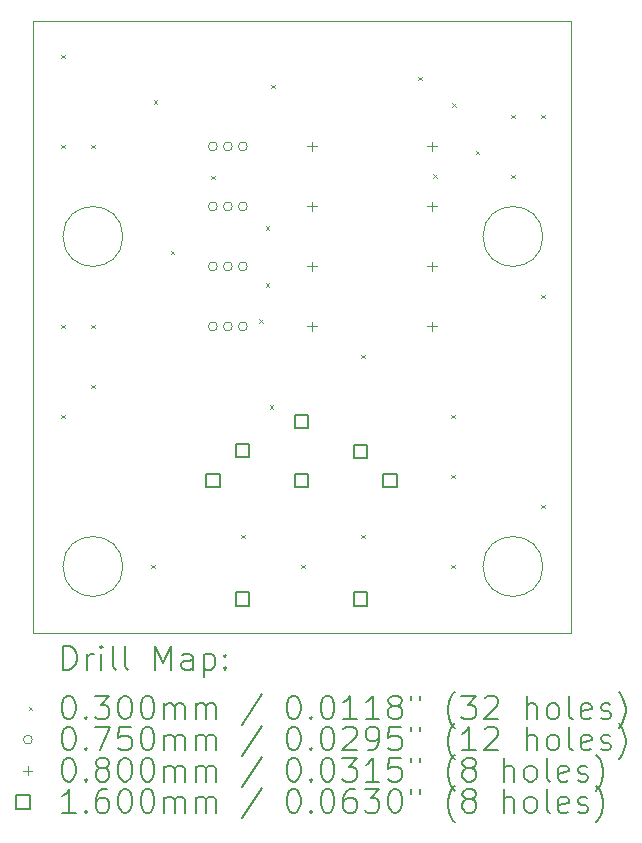
<source format=gbr>
%TF.GenerationSoftware,KiCad,Pcbnew,9.0.5-1.fc42*%
%TF.CreationDate,2025-11-09T17:22:30+08:00*%
%TF.ProjectId,b5s4-XA1541-active,62357334-2d58-4413-9135-34312d616374,1.1*%
%TF.SameCoordinates,Original*%
%TF.FileFunction,Drillmap*%
%TF.FilePolarity,Positive*%
%FSLAX45Y45*%
G04 Gerber Fmt 4.5, Leading zero omitted, Abs format (unit mm)*
G04 Created by KiCad (PCBNEW 9.0.5-1.fc42) date 2025-11-09 17:22:30*
%MOMM*%
%LPD*%
G01*
G04 APERTURE LIST*
%ADD10C,0.050000*%
%ADD11C,0.200000*%
%ADD12C,0.100000*%
%ADD13C,0.160000*%
G04 APERTURE END LIST*
D10*
X10414000Y-12192000D02*
G75*
G02*
X9906000Y-12192000I-254000J0D01*
G01*
X9906000Y-12192000D02*
G75*
G02*
X10414000Y-12192000I254000J0D01*
G01*
X9650158Y-7570874D02*
X14209024Y-7570874D01*
X14209024Y-12751310D01*
X9650158Y-12751310D01*
X9650158Y-7570874D01*
X13970000Y-12192000D02*
G75*
G02*
X13462000Y-12192000I-254000J0D01*
G01*
X13462000Y-12192000D02*
G75*
G02*
X13970000Y-12192000I254000J0D01*
G01*
X13970000Y-9398000D02*
G75*
G02*
X13462000Y-9398000I-254000J0D01*
G01*
X13462000Y-9398000D02*
G75*
G02*
X13970000Y-9398000I254000J0D01*
G01*
X10414000Y-9398000D02*
G75*
G02*
X9906000Y-9398000I-254000J0D01*
G01*
X9906000Y-9398000D02*
G75*
G02*
X10414000Y-9398000I254000J0D01*
G01*
D11*
D12*
X9891000Y-7859000D02*
X9921000Y-7889000D01*
X9921000Y-7859000D02*
X9891000Y-7889000D01*
X9891000Y-8621000D02*
X9921000Y-8651000D01*
X9921000Y-8621000D02*
X9891000Y-8651000D01*
X9891000Y-10145000D02*
X9921000Y-10175000D01*
X9921000Y-10145000D02*
X9891000Y-10175000D01*
X9891000Y-10907000D02*
X9921000Y-10937000D01*
X9921000Y-10907000D02*
X9891000Y-10937000D01*
X10145000Y-8621000D02*
X10175000Y-8651000D01*
X10175000Y-8621000D02*
X10145000Y-8651000D01*
X10145000Y-10145000D02*
X10175000Y-10175000D01*
X10175000Y-10145000D02*
X10145000Y-10175000D01*
X10145000Y-10653000D02*
X10175000Y-10683000D01*
X10175000Y-10653000D02*
X10145000Y-10683000D01*
X10653000Y-12177000D02*
X10683000Y-12207000D01*
X10683000Y-12177000D02*
X10653000Y-12207000D01*
X10675978Y-8245744D02*
X10705978Y-8275744D01*
X10705978Y-8245744D02*
X10675978Y-8275744D01*
X10819840Y-9518220D02*
X10849840Y-9548220D01*
X10849840Y-9518220D02*
X10819840Y-9548220D01*
X11164250Y-8885030D02*
X11194250Y-8915030D01*
X11194250Y-8885030D02*
X11164250Y-8915030D01*
X11415000Y-11923000D02*
X11445000Y-11953000D01*
X11445000Y-11923000D02*
X11415000Y-11953000D01*
X11568050Y-10097920D02*
X11598050Y-10127920D01*
X11598050Y-10097920D02*
X11568050Y-10127920D01*
X11621926Y-9311868D02*
X11651926Y-9341868D01*
X11651926Y-9311868D02*
X11621926Y-9341868D01*
X11621926Y-9793063D02*
X11651926Y-9823063D01*
X11651926Y-9793063D02*
X11621926Y-9823063D01*
X11656607Y-10829150D02*
X11686607Y-10859150D01*
X11686607Y-10829150D02*
X11656607Y-10859150D01*
X11669000Y-8113000D02*
X11699000Y-8143000D01*
X11699000Y-8113000D02*
X11669000Y-8143000D01*
X11923000Y-12177000D02*
X11953000Y-12207000D01*
X11953000Y-12177000D02*
X11923000Y-12207000D01*
X12431000Y-10399000D02*
X12461000Y-10429000D01*
X12461000Y-10399000D02*
X12431000Y-10429000D01*
X12431000Y-11923000D02*
X12461000Y-11953000D01*
X12461000Y-11923000D02*
X12431000Y-11953000D01*
X12916230Y-8045160D02*
X12946230Y-8075160D01*
X12946230Y-8045160D02*
X12916230Y-8075160D01*
X13043836Y-8869689D02*
X13073836Y-8899689D01*
X13073836Y-8869689D02*
X13043836Y-8899689D01*
X13193000Y-10907000D02*
X13223000Y-10937000D01*
X13223000Y-10907000D02*
X13193000Y-10937000D01*
X13193000Y-11415000D02*
X13223000Y-11445000D01*
X13223000Y-11415000D02*
X13193000Y-11445000D01*
X13193000Y-12177000D02*
X13223000Y-12207000D01*
X13223000Y-12177000D02*
X13193000Y-12207000D01*
X13202410Y-8268040D02*
X13232410Y-8298040D01*
X13232410Y-8268040D02*
X13202410Y-8298040D01*
X13399826Y-8671351D02*
X13429826Y-8701351D01*
X13429826Y-8671351D02*
X13399826Y-8701351D01*
X13701000Y-8367000D02*
X13731000Y-8397000D01*
X13731000Y-8367000D02*
X13701000Y-8397000D01*
X13701000Y-8875000D02*
X13731000Y-8905000D01*
X13731000Y-8875000D02*
X13701000Y-8905000D01*
X13955000Y-8367000D02*
X13985000Y-8397000D01*
X13985000Y-8367000D02*
X13955000Y-8397000D01*
X13955000Y-9891000D02*
X13985000Y-9921000D01*
X13985000Y-9891000D02*
X13955000Y-9921000D01*
X13955000Y-11669000D02*
X13985000Y-11699000D01*
X13985000Y-11669000D02*
X13955000Y-11699000D01*
X11213500Y-8636000D02*
G75*
G02*
X11138500Y-8636000I-37500J0D01*
G01*
X11138500Y-8636000D02*
G75*
G02*
X11213500Y-8636000I37500J0D01*
G01*
X11213500Y-9144000D02*
G75*
G02*
X11138500Y-9144000I-37500J0D01*
G01*
X11138500Y-9144000D02*
G75*
G02*
X11213500Y-9144000I37500J0D01*
G01*
X11213500Y-9652000D02*
G75*
G02*
X11138500Y-9652000I-37500J0D01*
G01*
X11138500Y-9652000D02*
G75*
G02*
X11213500Y-9652000I37500J0D01*
G01*
X11213500Y-10160000D02*
G75*
G02*
X11138500Y-10160000I-37500J0D01*
G01*
X11138500Y-10160000D02*
G75*
G02*
X11213500Y-10160000I37500J0D01*
G01*
X11340500Y-8636000D02*
G75*
G02*
X11265500Y-8636000I-37500J0D01*
G01*
X11265500Y-8636000D02*
G75*
G02*
X11340500Y-8636000I37500J0D01*
G01*
X11340500Y-9144000D02*
G75*
G02*
X11265500Y-9144000I-37500J0D01*
G01*
X11265500Y-9144000D02*
G75*
G02*
X11340500Y-9144000I37500J0D01*
G01*
X11340500Y-9652000D02*
G75*
G02*
X11265500Y-9652000I-37500J0D01*
G01*
X11265500Y-9652000D02*
G75*
G02*
X11340500Y-9652000I37500J0D01*
G01*
X11340500Y-10160000D02*
G75*
G02*
X11265500Y-10160000I-37500J0D01*
G01*
X11265500Y-10160000D02*
G75*
G02*
X11340500Y-10160000I37500J0D01*
G01*
X11467500Y-8636000D02*
G75*
G02*
X11392500Y-8636000I-37500J0D01*
G01*
X11392500Y-8636000D02*
G75*
G02*
X11467500Y-8636000I37500J0D01*
G01*
X11467500Y-9144000D02*
G75*
G02*
X11392500Y-9144000I-37500J0D01*
G01*
X11392500Y-9144000D02*
G75*
G02*
X11467500Y-9144000I37500J0D01*
G01*
X11467500Y-9652000D02*
G75*
G02*
X11392500Y-9652000I-37500J0D01*
G01*
X11392500Y-9652000D02*
G75*
G02*
X11467500Y-9652000I37500J0D01*
G01*
X11467500Y-10160000D02*
G75*
G02*
X11392500Y-10160000I-37500J0D01*
G01*
X11392500Y-10160000D02*
G75*
G02*
X11467500Y-10160000I37500J0D01*
G01*
X12013760Y-8596000D02*
X12013760Y-8676000D01*
X11973760Y-8636000D02*
X12053760Y-8636000D01*
X12013760Y-9104000D02*
X12013760Y-9184000D01*
X11973760Y-9144000D02*
X12053760Y-9144000D01*
X12013760Y-9612000D02*
X12013760Y-9692000D01*
X11973760Y-9652000D02*
X12053760Y-9652000D01*
X12013760Y-10120000D02*
X12013760Y-10200000D01*
X11973760Y-10160000D02*
X12053760Y-10160000D01*
X13029760Y-8596000D02*
X13029760Y-8676000D01*
X12989760Y-8636000D02*
X13069760Y-8636000D01*
X13029760Y-9104000D02*
X13029760Y-9184000D01*
X12989760Y-9144000D02*
X13069760Y-9144000D01*
X13029760Y-9612000D02*
X13029760Y-9692000D01*
X12989760Y-9652000D02*
X13069760Y-9652000D01*
X13029760Y-10120000D02*
X13029760Y-10200000D01*
X12989760Y-10160000D02*
X13069760Y-10160000D01*
D13*
X11232989Y-11523479D02*
X11232989Y-11410341D01*
X11119851Y-11410341D01*
X11119851Y-11523479D01*
X11232989Y-11523479D01*
X11482989Y-11269479D02*
X11482989Y-11156341D01*
X11369851Y-11156341D01*
X11369851Y-11269479D01*
X11482989Y-11269479D01*
X11482989Y-12523479D02*
X11482989Y-12410341D01*
X11369851Y-12410341D01*
X11369851Y-12523479D01*
X11482989Y-12523479D01*
X11982989Y-11023479D02*
X11982989Y-10910341D01*
X11869851Y-10910341D01*
X11869851Y-11023479D01*
X11982989Y-11023479D01*
X11982989Y-11523479D02*
X11982989Y-11410341D01*
X11869851Y-11410341D01*
X11869851Y-11523479D01*
X11982989Y-11523479D01*
X12482989Y-11273479D02*
X12482989Y-11160341D01*
X12369851Y-11160341D01*
X12369851Y-11273479D01*
X12482989Y-11273479D01*
X12482989Y-12523479D02*
X12482989Y-12410341D01*
X12369851Y-12410341D01*
X12369851Y-12523479D01*
X12482989Y-12523479D01*
X12732989Y-11523479D02*
X12732989Y-11410341D01*
X12619851Y-11410341D01*
X12619851Y-11523479D01*
X12732989Y-11523479D01*
D11*
X9908435Y-13065294D02*
X9908435Y-12865294D01*
X9908435Y-12865294D02*
X9956054Y-12865294D01*
X9956054Y-12865294D02*
X9984625Y-12874818D01*
X9984625Y-12874818D02*
X10003673Y-12893865D01*
X10003673Y-12893865D02*
X10013197Y-12912913D01*
X10013197Y-12912913D02*
X10022721Y-12951008D01*
X10022721Y-12951008D02*
X10022721Y-12979580D01*
X10022721Y-12979580D02*
X10013197Y-13017675D01*
X10013197Y-13017675D02*
X10003673Y-13036722D01*
X10003673Y-13036722D02*
X9984625Y-13055770D01*
X9984625Y-13055770D02*
X9956054Y-13065294D01*
X9956054Y-13065294D02*
X9908435Y-13065294D01*
X10108435Y-13065294D02*
X10108435Y-12931960D01*
X10108435Y-12970056D02*
X10117959Y-12951008D01*
X10117959Y-12951008D02*
X10127483Y-12941484D01*
X10127483Y-12941484D02*
X10146530Y-12931960D01*
X10146530Y-12931960D02*
X10165578Y-12931960D01*
X10232244Y-13065294D02*
X10232244Y-12931960D01*
X10232244Y-12865294D02*
X10222721Y-12874818D01*
X10222721Y-12874818D02*
X10232244Y-12884341D01*
X10232244Y-12884341D02*
X10241768Y-12874818D01*
X10241768Y-12874818D02*
X10232244Y-12865294D01*
X10232244Y-12865294D02*
X10232244Y-12884341D01*
X10356054Y-13065294D02*
X10337006Y-13055770D01*
X10337006Y-13055770D02*
X10327483Y-13036722D01*
X10327483Y-13036722D02*
X10327483Y-12865294D01*
X10460816Y-13065294D02*
X10441768Y-13055770D01*
X10441768Y-13055770D02*
X10432244Y-13036722D01*
X10432244Y-13036722D02*
X10432244Y-12865294D01*
X10689387Y-13065294D02*
X10689387Y-12865294D01*
X10689387Y-12865294D02*
X10756054Y-13008151D01*
X10756054Y-13008151D02*
X10822721Y-12865294D01*
X10822721Y-12865294D02*
X10822721Y-13065294D01*
X11003673Y-13065294D02*
X11003673Y-12960532D01*
X11003673Y-12960532D02*
X10994149Y-12941484D01*
X10994149Y-12941484D02*
X10975102Y-12931960D01*
X10975102Y-12931960D02*
X10937006Y-12931960D01*
X10937006Y-12931960D02*
X10917959Y-12941484D01*
X11003673Y-13055770D02*
X10984625Y-13065294D01*
X10984625Y-13065294D02*
X10937006Y-13065294D01*
X10937006Y-13065294D02*
X10917959Y-13055770D01*
X10917959Y-13055770D02*
X10908435Y-13036722D01*
X10908435Y-13036722D02*
X10908435Y-13017675D01*
X10908435Y-13017675D02*
X10917959Y-12998627D01*
X10917959Y-12998627D02*
X10937006Y-12989103D01*
X10937006Y-12989103D02*
X10984625Y-12989103D01*
X10984625Y-12989103D02*
X11003673Y-12979580D01*
X11098911Y-12931960D02*
X11098911Y-13131960D01*
X11098911Y-12941484D02*
X11117959Y-12931960D01*
X11117959Y-12931960D02*
X11156054Y-12931960D01*
X11156054Y-12931960D02*
X11175102Y-12941484D01*
X11175102Y-12941484D02*
X11184625Y-12951008D01*
X11184625Y-12951008D02*
X11194149Y-12970056D01*
X11194149Y-12970056D02*
X11194149Y-13027199D01*
X11194149Y-13027199D02*
X11184625Y-13046246D01*
X11184625Y-13046246D02*
X11175102Y-13055770D01*
X11175102Y-13055770D02*
X11156054Y-13065294D01*
X11156054Y-13065294D02*
X11117959Y-13065294D01*
X11117959Y-13065294D02*
X11098911Y-13055770D01*
X11279863Y-13046246D02*
X11289387Y-13055770D01*
X11289387Y-13055770D02*
X11279863Y-13065294D01*
X11279863Y-13065294D02*
X11270340Y-13055770D01*
X11270340Y-13055770D02*
X11279863Y-13046246D01*
X11279863Y-13046246D02*
X11279863Y-13065294D01*
X11279863Y-12941484D02*
X11289387Y-12951008D01*
X11289387Y-12951008D02*
X11279863Y-12960532D01*
X11279863Y-12960532D02*
X11270340Y-12951008D01*
X11270340Y-12951008D02*
X11279863Y-12941484D01*
X11279863Y-12941484D02*
X11279863Y-12960532D01*
D12*
X9617658Y-13378810D02*
X9647658Y-13408810D01*
X9647658Y-13378810D02*
X9617658Y-13408810D01*
D11*
X9946530Y-13285294D02*
X9965578Y-13285294D01*
X9965578Y-13285294D02*
X9984625Y-13294818D01*
X9984625Y-13294818D02*
X9994149Y-13304341D01*
X9994149Y-13304341D02*
X10003673Y-13323389D01*
X10003673Y-13323389D02*
X10013197Y-13361484D01*
X10013197Y-13361484D02*
X10013197Y-13409103D01*
X10013197Y-13409103D02*
X10003673Y-13447199D01*
X10003673Y-13447199D02*
X9994149Y-13466246D01*
X9994149Y-13466246D02*
X9984625Y-13475770D01*
X9984625Y-13475770D02*
X9965578Y-13485294D01*
X9965578Y-13485294D02*
X9946530Y-13485294D01*
X9946530Y-13485294D02*
X9927483Y-13475770D01*
X9927483Y-13475770D02*
X9917959Y-13466246D01*
X9917959Y-13466246D02*
X9908435Y-13447199D01*
X9908435Y-13447199D02*
X9898911Y-13409103D01*
X9898911Y-13409103D02*
X9898911Y-13361484D01*
X9898911Y-13361484D02*
X9908435Y-13323389D01*
X9908435Y-13323389D02*
X9917959Y-13304341D01*
X9917959Y-13304341D02*
X9927483Y-13294818D01*
X9927483Y-13294818D02*
X9946530Y-13285294D01*
X10098911Y-13466246D02*
X10108435Y-13475770D01*
X10108435Y-13475770D02*
X10098911Y-13485294D01*
X10098911Y-13485294D02*
X10089387Y-13475770D01*
X10089387Y-13475770D02*
X10098911Y-13466246D01*
X10098911Y-13466246D02*
X10098911Y-13485294D01*
X10175102Y-13285294D02*
X10298911Y-13285294D01*
X10298911Y-13285294D02*
X10232244Y-13361484D01*
X10232244Y-13361484D02*
X10260816Y-13361484D01*
X10260816Y-13361484D02*
X10279864Y-13371008D01*
X10279864Y-13371008D02*
X10289387Y-13380532D01*
X10289387Y-13380532D02*
X10298911Y-13399580D01*
X10298911Y-13399580D02*
X10298911Y-13447199D01*
X10298911Y-13447199D02*
X10289387Y-13466246D01*
X10289387Y-13466246D02*
X10279864Y-13475770D01*
X10279864Y-13475770D02*
X10260816Y-13485294D01*
X10260816Y-13485294D02*
X10203673Y-13485294D01*
X10203673Y-13485294D02*
X10184625Y-13475770D01*
X10184625Y-13475770D02*
X10175102Y-13466246D01*
X10422721Y-13285294D02*
X10441768Y-13285294D01*
X10441768Y-13285294D02*
X10460816Y-13294818D01*
X10460816Y-13294818D02*
X10470340Y-13304341D01*
X10470340Y-13304341D02*
X10479864Y-13323389D01*
X10479864Y-13323389D02*
X10489387Y-13361484D01*
X10489387Y-13361484D02*
X10489387Y-13409103D01*
X10489387Y-13409103D02*
X10479864Y-13447199D01*
X10479864Y-13447199D02*
X10470340Y-13466246D01*
X10470340Y-13466246D02*
X10460816Y-13475770D01*
X10460816Y-13475770D02*
X10441768Y-13485294D01*
X10441768Y-13485294D02*
X10422721Y-13485294D01*
X10422721Y-13485294D02*
X10403673Y-13475770D01*
X10403673Y-13475770D02*
X10394149Y-13466246D01*
X10394149Y-13466246D02*
X10384625Y-13447199D01*
X10384625Y-13447199D02*
X10375102Y-13409103D01*
X10375102Y-13409103D02*
X10375102Y-13361484D01*
X10375102Y-13361484D02*
X10384625Y-13323389D01*
X10384625Y-13323389D02*
X10394149Y-13304341D01*
X10394149Y-13304341D02*
X10403673Y-13294818D01*
X10403673Y-13294818D02*
X10422721Y-13285294D01*
X10613197Y-13285294D02*
X10632245Y-13285294D01*
X10632245Y-13285294D02*
X10651292Y-13294818D01*
X10651292Y-13294818D02*
X10660816Y-13304341D01*
X10660816Y-13304341D02*
X10670340Y-13323389D01*
X10670340Y-13323389D02*
X10679864Y-13361484D01*
X10679864Y-13361484D02*
X10679864Y-13409103D01*
X10679864Y-13409103D02*
X10670340Y-13447199D01*
X10670340Y-13447199D02*
X10660816Y-13466246D01*
X10660816Y-13466246D02*
X10651292Y-13475770D01*
X10651292Y-13475770D02*
X10632245Y-13485294D01*
X10632245Y-13485294D02*
X10613197Y-13485294D01*
X10613197Y-13485294D02*
X10594149Y-13475770D01*
X10594149Y-13475770D02*
X10584625Y-13466246D01*
X10584625Y-13466246D02*
X10575102Y-13447199D01*
X10575102Y-13447199D02*
X10565578Y-13409103D01*
X10565578Y-13409103D02*
X10565578Y-13361484D01*
X10565578Y-13361484D02*
X10575102Y-13323389D01*
X10575102Y-13323389D02*
X10584625Y-13304341D01*
X10584625Y-13304341D02*
X10594149Y-13294818D01*
X10594149Y-13294818D02*
X10613197Y-13285294D01*
X10765578Y-13485294D02*
X10765578Y-13351960D01*
X10765578Y-13371008D02*
X10775102Y-13361484D01*
X10775102Y-13361484D02*
X10794149Y-13351960D01*
X10794149Y-13351960D02*
X10822721Y-13351960D01*
X10822721Y-13351960D02*
X10841768Y-13361484D01*
X10841768Y-13361484D02*
X10851292Y-13380532D01*
X10851292Y-13380532D02*
X10851292Y-13485294D01*
X10851292Y-13380532D02*
X10860816Y-13361484D01*
X10860816Y-13361484D02*
X10879864Y-13351960D01*
X10879864Y-13351960D02*
X10908435Y-13351960D01*
X10908435Y-13351960D02*
X10927483Y-13361484D01*
X10927483Y-13361484D02*
X10937006Y-13380532D01*
X10937006Y-13380532D02*
X10937006Y-13485294D01*
X11032245Y-13485294D02*
X11032245Y-13351960D01*
X11032245Y-13371008D02*
X11041768Y-13361484D01*
X11041768Y-13361484D02*
X11060816Y-13351960D01*
X11060816Y-13351960D02*
X11089387Y-13351960D01*
X11089387Y-13351960D02*
X11108435Y-13361484D01*
X11108435Y-13361484D02*
X11117959Y-13380532D01*
X11117959Y-13380532D02*
X11117959Y-13485294D01*
X11117959Y-13380532D02*
X11127483Y-13361484D01*
X11127483Y-13361484D02*
X11146530Y-13351960D01*
X11146530Y-13351960D02*
X11175102Y-13351960D01*
X11175102Y-13351960D02*
X11194149Y-13361484D01*
X11194149Y-13361484D02*
X11203673Y-13380532D01*
X11203673Y-13380532D02*
X11203673Y-13485294D01*
X11594149Y-13275770D02*
X11422721Y-13532913D01*
X11851292Y-13285294D02*
X11870340Y-13285294D01*
X11870340Y-13285294D02*
X11889387Y-13294818D01*
X11889387Y-13294818D02*
X11898911Y-13304341D01*
X11898911Y-13304341D02*
X11908435Y-13323389D01*
X11908435Y-13323389D02*
X11917959Y-13361484D01*
X11917959Y-13361484D02*
X11917959Y-13409103D01*
X11917959Y-13409103D02*
X11908435Y-13447199D01*
X11908435Y-13447199D02*
X11898911Y-13466246D01*
X11898911Y-13466246D02*
X11889387Y-13475770D01*
X11889387Y-13475770D02*
X11870340Y-13485294D01*
X11870340Y-13485294D02*
X11851292Y-13485294D01*
X11851292Y-13485294D02*
X11832245Y-13475770D01*
X11832245Y-13475770D02*
X11822721Y-13466246D01*
X11822721Y-13466246D02*
X11813197Y-13447199D01*
X11813197Y-13447199D02*
X11803673Y-13409103D01*
X11803673Y-13409103D02*
X11803673Y-13361484D01*
X11803673Y-13361484D02*
X11813197Y-13323389D01*
X11813197Y-13323389D02*
X11822721Y-13304341D01*
X11822721Y-13304341D02*
X11832245Y-13294818D01*
X11832245Y-13294818D02*
X11851292Y-13285294D01*
X12003673Y-13466246D02*
X12013197Y-13475770D01*
X12013197Y-13475770D02*
X12003673Y-13485294D01*
X12003673Y-13485294D02*
X11994149Y-13475770D01*
X11994149Y-13475770D02*
X12003673Y-13466246D01*
X12003673Y-13466246D02*
X12003673Y-13485294D01*
X12137006Y-13285294D02*
X12156054Y-13285294D01*
X12156054Y-13285294D02*
X12175102Y-13294818D01*
X12175102Y-13294818D02*
X12184626Y-13304341D01*
X12184626Y-13304341D02*
X12194149Y-13323389D01*
X12194149Y-13323389D02*
X12203673Y-13361484D01*
X12203673Y-13361484D02*
X12203673Y-13409103D01*
X12203673Y-13409103D02*
X12194149Y-13447199D01*
X12194149Y-13447199D02*
X12184626Y-13466246D01*
X12184626Y-13466246D02*
X12175102Y-13475770D01*
X12175102Y-13475770D02*
X12156054Y-13485294D01*
X12156054Y-13485294D02*
X12137006Y-13485294D01*
X12137006Y-13485294D02*
X12117959Y-13475770D01*
X12117959Y-13475770D02*
X12108435Y-13466246D01*
X12108435Y-13466246D02*
X12098911Y-13447199D01*
X12098911Y-13447199D02*
X12089387Y-13409103D01*
X12089387Y-13409103D02*
X12089387Y-13361484D01*
X12089387Y-13361484D02*
X12098911Y-13323389D01*
X12098911Y-13323389D02*
X12108435Y-13304341D01*
X12108435Y-13304341D02*
X12117959Y-13294818D01*
X12117959Y-13294818D02*
X12137006Y-13285294D01*
X12394149Y-13485294D02*
X12279864Y-13485294D01*
X12337006Y-13485294D02*
X12337006Y-13285294D01*
X12337006Y-13285294D02*
X12317959Y-13313865D01*
X12317959Y-13313865D02*
X12298911Y-13332913D01*
X12298911Y-13332913D02*
X12279864Y-13342437D01*
X12584626Y-13485294D02*
X12470340Y-13485294D01*
X12527483Y-13485294D02*
X12527483Y-13285294D01*
X12527483Y-13285294D02*
X12508435Y-13313865D01*
X12508435Y-13313865D02*
X12489387Y-13332913D01*
X12489387Y-13332913D02*
X12470340Y-13342437D01*
X12698911Y-13371008D02*
X12679864Y-13361484D01*
X12679864Y-13361484D02*
X12670340Y-13351960D01*
X12670340Y-13351960D02*
X12660816Y-13332913D01*
X12660816Y-13332913D02*
X12660816Y-13323389D01*
X12660816Y-13323389D02*
X12670340Y-13304341D01*
X12670340Y-13304341D02*
X12679864Y-13294818D01*
X12679864Y-13294818D02*
X12698911Y-13285294D01*
X12698911Y-13285294D02*
X12737007Y-13285294D01*
X12737007Y-13285294D02*
X12756054Y-13294818D01*
X12756054Y-13294818D02*
X12765578Y-13304341D01*
X12765578Y-13304341D02*
X12775102Y-13323389D01*
X12775102Y-13323389D02*
X12775102Y-13332913D01*
X12775102Y-13332913D02*
X12765578Y-13351960D01*
X12765578Y-13351960D02*
X12756054Y-13361484D01*
X12756054Y-13361484D02*
X12737007Y-13371008D01*
X12737007Y-13371008D02*
X12698911Y-13371008D01*
X12698911Y-13371008D02*
X12679864Y-13380532D01*
X12679864Y-13380532D02*
X12670340Y-13390056D01*
X12670340Y-13390056D02*
X12660816Y-13409103D01*
X12660816Y-13409103D02*
X12660816Y-13447199D01*
X12660816Y-13447199D02*
X12670340Y-13466246D01*
X12670340Y-13466246D02*
X12679864Y-13475770D01*
X12679864Y-13475770D02*
X12698911Y-13485294D01*
X12698911Y-13485294D02*
X12737007Y-13485294D01*
X12737007Y-13485294D02*
X12756054Y-13475770D01*
X12756054Y-13475770D02*
X12765578Y-13466246D01*
X12765578Y-13466246D02*
X12775102Y-13447199D01*
X12775102Y-13447199D02*
X12775102Y-13409103D01*
X12775102Y-13409103D02*
X12765578Y-13390056D01*
X12765578Y-13390056D02*
X12756054Y-13380532D01*
X12756054Y-13380532D02*
X12737007Y-13371008D01*
X12851292Y-13285294D02*
X12851292Y-13323389D01*
X12927483Y-13285294D02*
X12927483Y-13323389D01*
X13222721Y-13561484D02*
X13213197Y-13551960D01*
X13213197Y-13551960D02*
X13194149Y-13523389D01*
X13194149Y-13523389D02*
X13184626Y-13504341D01*
X13184626Y-13504341D02*
X13175102Y-13475770D01*
X13175102Y-13475770D02*
X13165578Y-13428151D01*
X13165578Y-13428151D02*
X13165578Y-13390056D01*
X13165578Y-13390056D02*
X13175102Y-13342437D01*
X13175102Y-13342437D02*
X13184626Y-13313865D01*
X13184626Y-13313865D02*
X13194149Y-13294818D01*
X13194149Y-13294818D02*
X13213197Y-13266246D01*
X13213197Y-13266246D02*
X13222721Y-13256722D01*
X13279864Y-13285294D02*
X13403673Y-13285294D01*
X13403673Y-13285294D02*
X13337007Y-13361484D01*
X13337007Y-13361484D02*
X13365578Y-13361484D01*
X13365578Y-13361484D02*
X13384626Y-13371008D01*
X13384626Y-13371008D02*
X13394149Y-13380532D01*
X13394149Y-13380532D02*
X13403673Y-13399580D01*
X13403673Y-13399580D02*
X13403673Y-13447199D01*
X13403673Y-13447199D02*
X13394149Y-13466246D01*
X13394149Y-13466246D02*
X13384626Y-13475770D01*
X13384626Y-13475770D02*
X13365578Y-13485294D01*
X13365578Y-13485294D02*
X13308435Y-13485294D01*
X13308435Y-13485294D02*
X13289388Y-13475770D01*
X13289388Y-13475770D02*
X13279864Y-13466246D01*
X13479864Y-13304341D02*
X13489388Y-13294818D01*
X13489388Y-13294818D02*
X13508435Y-13285294D01*
X13508435Y-13285294D02*
X13556054Y-13285294D01*
X13556054Y-13285294D02*
X13575102Y-13294818D01*
X13575102Y-13294818D02*
X13584626Y-13304341D01*
X13584626Y-13304341D02*
X13594149Y-13323389D01*
X13594149Y-13323389D02*
X13594149Y-13342437D01*
X13594149Y-13342437D02*
X13584626Y-13371008D01*
X13584626Y-13371008D02*
X13470340Y-13485294D01*
X13470340Y-13485294D02*
X13594149Y-13485294D01*
X13832245Y-13485294D02*
X13832245Y-13285294D01*
X13917959Y-13485294D02*
X13917959Y-13380532D01*
X13917959Y-13380532D02*
X13908435Y-13361484D01*
X13908435Y-13361484D02*
X13889388Y-13351960D01*
X13889388Y-13351960D02*
X13860816Y-13351960D01*
X13860816Y-13351960D02*
X13841769Y-13361484D01*
X13841769Y-13361484D02*
X13832245Y-13371008D01*
X14041769Y-13485294D02*
X14022721Y-13475770D01*
X14022721Y-13475770D02*
X14013197Y-13466246D01*
X14013197Y-13466246D02*
X14003673Y-13447199D01*
X14003673Y-13447199D02*
X14003673Y-13390056D01*
X14003673Y-13390056D02*
X14013197Y-13371008D01*
X14013197Y-13371008D02*
X14022721Y-13361484D01*
X14022721Y-13361484D02*
X14041769Y-13351960D01*
X14041769Y-13351960D02*
X14070340Y-13351960D01*
X14070340Y-13351960D02*
X14089388Y-13361484D01*
X14089388Y-13361484D02*
X14098911Y-13371008D01*
X14098911Y-13371008D02*
X14108435Y-13390056D01*
X14108435Y-13390056D02*
X14108435Y-13447199D01*
X14108435Y-13447199D02*
X14098911Y-13466246D01*
X14098911Y-13466246D02*
X14089388Y-13475770D01*
X14089388Y-13475770D02*
X14070340Y-13485294D01*
X14070340Y-13485294D02*
X14041769Y-13485294D01*
X14222721Y-13485294D02*
X14203673Y-13475770D01*
X14203673Y-13475770D02*
X14194150Y-13456722D01*
X14194150Y-13456722D02*
X14194150Y-13285294D01*
X14375102Y-13475770D02*
X14356054Y-13485294D01*
X14356054Y-13485294D02*
X14317959Y-13485294D01*
X14317959Y-13485294D02*
X14298911Y-13475770D01*
X14298911Y-13475770D02*
X14289388Y-13456722D01*
X14289388Y-13456722D02*
X14289388Y-13380532D01*
X14289388Y-13380532D02*
X14298911Y-13361484D01*
X14298911Y-13361484D02*
X14317959Y-13351960D01*
X14317959Y-13351960D02*
X14356054Y-13351960D01*
X14356054Y-13351960D02*
X14375102Y-13361484D01*
X14375102Y-13361484D02*
X14384626Y-13380532D01*
X14384626Y-13380532D02*
X14384626Y-13399580D01*
X14384626Y-13399580D02*
X14289388Y-13418627D01*
X14460816Y-13475770D02*
X14479864Y-13485294D01*
X14479864Y-13485294D02*
X14517959Y-13485294D01*
X14517959Y-13485294D02*
X14537007Y-13475770D01*
X14537007Y-13475770D02*
X14546531Y-13456722D01*
X14546531Y-13456722D02*
X14546531Y-13447199D01*
X14546531Y-13447199D02*
X14537007Y-13428151D01*
X14537007Y-13428151D02*
X14517959Y-13418627D01*
X14517959Y-13418627D02*
X14489388Y-13418627D01*
X14489388Y-13418627D02*
X14470340Y-13409103D01*
X14470340Y-13409103D02*
X14460816Y-13390056D01*
X14460816Y-13390056D02*
X14460816Y-13380532D01*
X14460816Y-13380532D02*
X14470340Y-13361484D01*
X14470340Y-13361484D02*
X14489388Y-13351960D01*
X14489388Y-13351960D02*
X14517959Y-13351960D01*
X14517959Y-13351960D02*
X14537007Y-13361484D01*
X14613197Y-13561484D02*
X14622721Y-13551960D01*
X14622721Y-13551960D02*
X14641769Y-13523389D01*
X14641769Y-13523389D02*
X14651292Y-13504341D01*
X14651292Y-13504341D02*
X14660816Y-13475770D01*
X14660816Y-13475770D02*
X14670340Y-13428151D01*
X14670340Y-13428151D02*
X14670340Y-13390056D01*
X14670340Y-13390056D02*
X14660816Y-13342437D01*
X14660816Y-13342437D02*
X14651292Y-13313865D01*
X14651292Y-13313865D02*
X14641769Y-13294818D01*
X14641769Y-13294818D02*
X14622721Y-13266246D01*
X14622721Y-13266246D02*
X14613197Y-13256722D01*
D12*
X9647658Y-13657810D02*
G75*
G02*
X9572658Y-13657810I-37500J0D01*
G01*
X9572658Y-13657810D02*
G75*
G02*
X9647658Y-13657810I37500J0D01*
G01*
D11*
X9946530Y-13549294D02*
X9965578Y-13549294D01*
X9965578Y-13549294D02*
X9984625Y-13558818D01*
X9984625Y-13558818D02*
X9994149Y-13568341D01*
X9994149Y-13568341D02*
X10003673Y-13587389D01*
X10003673Y-13587389D02*
X10013197Y-13625484D01*
X10013197Y-13625484D02*
X10013197Y-13673103D01*
X10013197Y-13673103D02*
X10003673Y-13711199D01*
X10003673Y-13711199D02*
X9994149Y-13730246D01*
X9994149Y-13730246D02*
X9984625Y-13739770D01*
X9984625Y-13739770D02*
X9965578Y-13749294D01*
X9965578Y-13749294D02*
X9946530Y-13749294D01*
X9946530Y-13749294D02*
X9927483Y-13739770D01*
X9927483Y-13739770D02*
X9917959Y-13730246D01*
X9917959Y-13730246D02*
X9908435Y-13711199D01*
X9908435Y-13711199D02*
X9898911Y-13673103D01*
X9898911Y-13673103D02*
X9898911Y-13625484D01*
X9898911Y-13625484D02*
X9908435Y-13587389D01*
X9908435Y-13587389D02*
X9917959Y-13568341D01*
X9917959Y-13568341D02*
X9927483Y-13558818D01*
X9927483Y-13558818D02*
X9946530Y-13549294D01*
X10098911Y-13730246D02*
X10108435Y-13739770D01*
X10108435Y-13739770D02*
X10098911Y-13749294D01*
X10098911Y-13749294D02*
X10089387Y-13739770D01*
X10089387Y-13739770D02*
X10098911Y-13730246D01*
X10098911Y-13730246D02*
X10098911Y-13749294D01*
X10175102Y-13549294D02*
X10308435Y-13549294D01*
X10308435Y-13549294D02*
X10222721Y-13749294D01*
X10479864Y-13549294D02*
X10384625Y-13549294D01*
X10384625Y-13549294D02*
X10375102Y-13644532D01*
X10375102Y-13644532D02*
X10384625Y-13635008D01*
X10384625Y-13635008D02*
X10403673Y-13625484D01*
X10403673Y-13625484D02*
X10451292Y-13625484D01*
X10451292Y-13625484D02*
X10470340Y-13635008D01*
X10470340Y-13635008D02*
X10479864Y-13644532D01*
X10479864Y-13644532D02*
X10489387Y-13663580D01*
X10489387Y-13663580D02*
X10489387Y-13711199D01*
X10489387Y-13711199D02*
X10479864Y-13730246D01*
X10479864Y-13730246D02*
X10470340Y-13739770D01*
X10470340Y-13739770D02*
X10451292Y-13749294D01*
X10451292Y-13749294D02*
X10403673Y-13749294D01*
X10403673Y-13749294D02*
X10384625Y-13739770D01*
X10384625Y-13739770D02*
X10375102Y-13730246D01*
X10613197Y-13549294D02*
X10632245Y-13549294D01*
X10632245Y-13549294D02*
X10651292Y-13558818D01*
X10651292Y-13558818D02*
X10660816Y-13568341D01*
X10660816Y-13568341D02*
X10670340Y-13587389D01*
X10670340Y-13587389D02*
X10679864Y-13625484D01*
X10679864Y-13625484D02*
X10679864Y-13673103D01*
X10679864Y-13673103D02*
X10670340Y-13711199D01*
X10670340Y-13711199D02*
X10660816Y-13730246D01*
X10660816Y-13730246D02*
X10651292Y-13739770D01*
X10651292Y-13739770D02*
X10632245Y-13749294D01*
X10632245Y-13749294D02*
X10613197Y-13749294D01*
X10613197Y-13749294D02*
X10594149Y-13739770D01*
X10594149Y-13739770D02*
X10584625Y-13730246D01*
X10584625Y-13730246D02*
X10575102Y-13711199D01*
X10575102Y-13711199D02*
X10565578Y-13673103D01*
X10565578Y-13673103D02*
X10565578Y-13625484D01*
X10565578Y-13625484D02*
X10575102Y-13587389D01*
X10575102Y-13587389D02*
X10584625Y-13568341D01*
X10584625Y-13568341D02*
X10594149Y-13558818D01*
X10594149Y-13558818D02*
X10613197Y-13549294D01*
X10765578Y-13749294D02*
X10765578Y-13615960D01*
X10765578Y-13635008D02*
X10775102Y-13625484D01*
X10775102Y-13625484D02*
X10794149Y-13615960D01*
X10794149Y-13615960D02*
X10822721Y-13615960D01*
X10822721Y-13615960D02*
X10841768Y-13625484D01*
X10841768Y-13625484D02*
X10851292Y-13644532D01*
X10851292Y-13644532D02*
X10851292Y-13749294D01*
X10851292Y-13644532D02*
X10860816Y-13625484D01*
X10860816Y-13625484D02*
X10879864Y-13615960D01*
X10879864Y-13615960D02*
X10908435Y-13615960D01*
X10908435Y-13615960D02*
X10927483Y-13625484D01*
X10927483Y-13625484D02*
X10937006Y-13644532D01*
X10937006Y-13644532D02*
X10937006Y-13749294D01*
X11032245Y-13749294D02*
X11032245Y-13615960D01*
X11032245Y-13635008D02*
X11041768Y-13625484D01*
X11041768Y-13625484D02*
X11060816Y-13615960D01*
X11060816Y-13615960D02*
X11089387Y-13615960D01*
X11089387Y-13615960D02*
X11108435Y-13625484D01*
X11108435Y-13625484D02*
X11117959Y-13644532D01*
X11117959Y-13644532D02*
X11117959Y-13749294D01*
X11117959Y-13644532D02*
X11127483Y-13625484D01*
X11127483Y-13625484D02*
X11146530Y-13615960D01*
X11146530Y-13615960D02*
X11175102Y-13615960D01*
X11175102Y-13615960D02*
X11194149Y-13625484D01*
X11194149Y-13625484D02*
X11203673Y-13644532D01*
X11203673Y-13644532D02*
X11203673Y-13749294D01*
X11594149Y-13539770D02*
X11422721Y-13796913D01*
X11851292Y-13549294D02*
X11870340Y-13549294D01*
X11870340Y-13549294D02*
X11889387Y-13558818D01*
X11889387Y-13558818D02*
X11898911Y-13568341D01*
X11898911Y-13568341D02*
X11908435Y-13587389D01*
X11908435Y-13587389D02*
X11917959Y-13625484D01*
X11917959Y-13625484D02*
X11917959Y-13673103D01*
X11917959Y-13673103D02*
X11908435Y-13711199D01*
X11908435Y-13711199D02*
X11898911Y-13730246D01*
X11898911Y-13730246D02*
X11889387Y-13739770D01*
X11889387Y-13739770D02*
X11870340Y-13749294D01*
X11870340Y-13749294D02*
X11851292Y-13749294D01*
X11851292Y-13749294D02*
X11832245Y-13739770D01*
X11832245Y-13739770D02*
X11822721Y-13730246D01*
X11822721Y-13730246D02*
X11813197Y-13711199D01*
X11813197Y-13711199D02*
X11803673Y-13673103D01*
X11803673Y-13673103D02*
X11803673Y-13625484D01*
X11803673Y-13625484D02*
X11813197Y-13587389D01*
X11813197Y-13587389D02*
X11822721Y-13568341D01*
X11822721Y-13568341D02*
X11832245Y-13558818D01*
X11832245Y-13558818D02*
X11851292Y-13549294D01*
X12003673Y-13730246D02*
X12013197Y-13739770D01*
X12013197Y-13739770D02*
X12003673Y-13749294D01*
X12003673Y-13749294D02*
X11994149Y-13739770D01*
X11994149Y-13739770D02*
X12003673Y-13730246D01*
X12003673Y-13730246D02*
X12003673Y-13749294D01*
X12137006Y-13549294D02*
X12156054Y-13549294D01*
X12156054Y-13549294D02*
X12175102Y-13558818D01*
X12175102Y-13558818D02*
X12184626Y-13568341D01*
X12184626Y-13568341D02*
X12194149Y-13587389D01*
X12194149Y-13587389D02*
X12203673Y-13625484D01*
X12203673Y-13625484D02*
X12203673Y-13673103D01*
X12203673Y-13673103D02*
X12194149Y-13711199D01*
X12194149Y-13711199D02*
X12184626Y-13730246D01*
X12184626Y-13730246D02*
X12175102Y-13739770D01*
X12175102Y-13739770D02*
X12156054Y-13749294D01*
X12156054Y-13749294D02*
X12137006Y-13749294D01*
X12137006Y-13749294D02*
X12117959Y-13739770D01*
X12117959Y-13739770D02*
X12108435Y-13730246D01*
X12108435Y-13730246D02*
X12098911Y-13711199D01*
X12098911Y-13711199D02*
X12089387Y-13673103D01*
X12089387Y-13673103D02*
X12089387Y-13625484D01*
X12089387Y-13625484D02*
X12098911Y-13587389D01*
X12098911Y-13587389D02*
X12108435Y-13568341D01*
X12108435Y-13568341D02*
X12117959Y-13558818D01*
X12117959Y-13558818D02*
X12137006Y-13549294D01*
X12279864Y-13568341D02*
X12289387Y-13558818D01*
X12289387Y-13558818D02*
X12308435Y-13549294D01*
X12308435Y-13549294D02*
X12356054Y-13549294D01*
X12356054Y-13549294D02*
X12375102Y-13558818D01*
X12375102Y-13558818D02*
X12384626Y-13568341D01*
X12384626Y-13568341D02*
X12394149Y-13587389D01*
X12394149Y-13587389D02*
X12394149Y-13606437D01*
X12394149Y-13606437D02*
X12384626Y-13635008D01*
X12384626Y-13635008D02*
X12270340Y-13749294D01*
X12270340Y-13749294D02*
X12394149Y-13749294D01*
X12489387Y-13749294D02*
X12527483Y-13749294D01*
X12527483Y-13749294D02*
X12546530Y-13739770D01*
X12546530Y-13739770D02*
X12556054Y-13730246D01*
X12556054Y-13730246D02*
X12575102Y-13701675D01*
X12575102Y-13701675D02*
X12584626Y-13663580D01*
X12584626Y-13663580D02*
X12584626Y-13587389D01*
X12584626Y-13587389D02*
X12575102Y-13568341D01*
X12575102Y-13568341D02*
X12565578Y-13558818D01*
X12565578Y-13558818D02*
X12546530Y-13549294D01*
X12546530Y-13549294D02*
X12508435Y-13549294D01*
X12508435Y-13549294D02*
X12489387Y-13558818D01*
X12489387Y-13558818D02*
X12479864Y-13568341D01*
X12479864Y-13568341D02*
X12470340Y-13587389D01*
X12470340Y-13587389D02*
X12470340Y-13635008D01*
X12470340Y-13635008D02*
X12479864Y-13654056D01*
X12479864Y-13654056D02*
X12489387Y-13663580D01*
X12489387Y-13663580D02*
X12508435Y-13673103D01*
X12508435Y-13673103D02*
X12546530Y-13673103D01*
X12546530Y-13673103D02*
X12565578Y-13663580D01*
X12565578Y-13663580D02*
X12575102Y-13654056D01*
X12575102Y-13654056D02*
X12584626Y-13635008D01*
X12765578Y-13549294D02*
X12670340Y-13549294D01*
X12670340Y-13549294D02*
X12660816Y-13644532D01*
X12660816Y-13644532D02*
X12670340Y-13635008D01*
X12670340Y-13635008D02*
X12689387Y-13625484D01*
X12689387Y-13625484D02*
X12737007Y-13625484D01*
X12737007Y-13625484D02*
X12756054Y-13635008D01*
X12756054Y-13635008D02*
X12765578Y-13644532D01*
X12765578Y-13644532D02*
X12775102Y-13663580D01*
X12775102Y-13663580D02*
X12775102Y-13711199D01*
X12775102Y-13711199D02*
X12765578Y-13730246D01*
X12765578Y-13730246D02*
X12756054Y-13739770D01*
X12756054Y-13739770D02*
X12737007Y-13749294D01*
X12737007Y-13749294D02*
X12689387Y-13749294D01*
X12689387Y-13749294D02*
X12670340Y-13739770D01*
X12670340Y-13739770D02*
X12660816Y-13730246D01*
X12851292Y-13549294D02*
X12851292Y-13587389D01*
X12927483Y-13549294D02*
X12927483Y-13587389D01*
X13222721Y-13825484D02*
X13213197Y-13815960D01*
X13213197Y-13815960D02*
X13194149Y-13787389D01*
X13194149Y-13787389D02*
X13184626Y-13768341D01*
X13184626Y-13768341D02*
X13175102Y-13739770D01*
X13175102Y-13739770D02*
X13165578Y-13692151D01*
X13165578Y-13692151D02*
X13165578Y-13654056D01*
X13165578Y-13654056D02*
X13175102Y-13606437D01*
X13175102Y-13606437D02*
X13184626Y-13577865D01*
X13184626Y-13577865D02*
X13194149Y-13558818D01*
X13194149Y-13558818D02*
X13213197Y-13530246D01*
X13213197Y-13530246D02*
X13222721Y-13520722D01*
X13403673Y-13749294D02*
X13289388Y-13749294D01*
X13346530Y-13749294D02*
X13346530Y-13549294D01*
X13346530Y-13549294D02*
X13327483Y-13577865D01*
X13327483Y-13577865D02*
X13308435Y-13596913D01*
X13308435Y-13596913D02*
X13289388Y-13606437D01*
X13479864Y-13568341D02*
X13489388Y-13558818D01*
X13489388Y-13558818D02*
X13508435Y-13549294D01*
X13508435Y-13549294D02*
X13556054Y-13549294D01*
X13556054Y-13549294D02*
X13575102Y-13558818D01*
X13575102Y-13558818D02*
X13584626Y-13568341D01*
X13584626Y-13568341D02*
X13594149Y-13587389D01*
X13594149Y-13587389D02*
X13594149Y-13606437D01*
X13594149Y-13606437D02*
X13584626Y-13635008D01*
X13584626Y-13635008D02*
X13470340Y-13749294D01*
X13470340Y-13749294D02*
X13594149Y-13749294D01*
X13832245Y-13749294D02*
X13832245Y-13549294D01*
X13917959Y-13749294D02*
X13917959Y-13644532D01*
X13917959Y-13644532D02*
X13908435Y-13625484D01*
X13908435Y-13625484D02*
X13889388Y-13615960D01*
X13889388Y-13615960D02*
X13860816Y-13615960D01*
X13860816Y-13615960D02*
X13841769Y-13625484D01*
X13841769Y-13625484D02*
X13832245Y-13635008D01*
X14041769Y-13749294D02*
X14022721Y-13739770D01*
X14022721Y-13739770D02*
X14013197Y-13730246D01*
X14013197Y-13730246D02*
X14003673Y-13711199D01*
X14003673Y-13711199D02*
X14003673Y-13654056D01*
X14003673Y-13654056D02*
X14013197Y-13635008D01*
X14013197Y-13635008D02*
X14022721Y-13625484D01*
X14022721Y-13625484D02*
X14041769Y-13615960D01*
X14041769Y-13615960D02*
X14070340Y-13615960D01*
X14070340Y-13615960D02*
X14089388Y-13625484D01*
X14089388Y-13625484D02*
X14098911Y-13635008D01*
X14098911Y-13635008D02*
X14108435Y-13654056D01*
X14108435Y-13654056D02*
X14108435Y-13711199D01*
X14108435Y-13711199D02*
X14098911Y-13730246D01*
X14098911Y-13730246D02*
X14089388Y-13739770D01*
X14089388Y-13739770D02*
X14070340Y-13749294D01*
X14070340Y-13749294D02*
X14041769Y-13749294D01*
X14222721Y-13749294D02*
X14203673Y-13739770D01*
X14203673Y-13739770D02*
X14194150Y-13720722D01*
X14194150Y-13720722D02*
X14194150Y-13549294D01*
X14375102Y-13739770D02*
X14356054Y-13749294D01*
X14356054Y-13749294D02*
X14317959Y-13749294D01*
X14317959Y-13749294D02*
X14298911Y-13739770D01*
X14298911Y-13739770D02*
X14289388Y-13720722D01*
X14289388Y-13720722D02*
X14289388Y-13644532D01*
X14289388Y-13644532D02*
X14298911Y-13625484D01*
X14298911Y-13625484D02*
X14317959Y-13615960D01*
X14317959Y-13615960D02*
X14356054Y-13615960D01*
X14356054Y-13615960D02*
X14375102Y-13625484D01*
X14375102Y-13625484D02*
X14384626Y-13644532D01*
X14384626Y-13644532D02*
X14384626Y-13663580D01*
X14384626Y-13663580D02*
X14289388Y-13682627D01*
X14460816Y-13739770D02*
X14479864Y-13749294D01*
X14479864Y-13749294D02*
X14517959Y-13749294D01*
X14517959Y-13749294D02*
X14537007Y-13739770D01*
X14537007Y-13739770D02*
X14546531Y-13720722D01*
X14546531Y-13720722D02*
X14546531Y-13711199D01*
X14546531Y-13711199D02*
X14537007Y-13692151D01*
X14537007Y-13692151D02*
X14517959Y-13682627D01*
X14517959Y-13682627D02*
X14489388Y-13682627D01*
X14489388Y-13682627D02*
X14470340Y-13673103D01*
X14470340Y-13673103D02*
X14460816Y-13654056D01*
X14460816Y-13654056D02*
X14460816Y-13644532D01*
X14460816Y-13644532D02*
X14470340Y-13625484D01*
X14470340Y-13625484D02*
X14489388Y-13615960D01*
X14489388Y-13615960D02*
X14517959Y-13615960D01*
X14517959Y-13615960D02*
X14537007Y-13625484D01*
X14613197Y-13825484D02*
X14622721Y-13815960D01*
X14622721Y-13815960D02*
X14641769Y-13787389D01*
X14641769Y-13787389D02*
X14651292Y-13768341D01*
X14651292Y-13768341D02*
X14660816Y-13739770D01*
X14660816Y-13739770D02*
X14670340Y-13692151D01*
X14670340Y-13692151D02*
X14670340Y-13654056D01*
X14670340Y-13654056D02*
X14660816Y-13606437D01*
X14660816Y-13606437D02*
X14651292Y-13577865D01*
X14651292Y-13577865D02*
X14641769Y-13558818D01*
X14641769Y-13558818D02*
X14622721Y-13530246D01*
X14622721Y-13530246D02*
X14613197Y-13520722D01*
D12*
X9607658Y-13881810D02*
X9607658Y-13961810D01*
X9567658Y-13921810D02*
X9647658Y-13921810D01*
D11*
X9946530Y-13813294D02*
X9965578Y-13813294D01*
X9965578Y-13813294D02*
X9984625Y-13822818D01*
X9984625Y-13822818D02*
X9994149Y-13832341D01*
X9994149Y-13832341D02*
X10003673Y-13851389D01*
X10003673Y-13851389D02*
X10013197Y-13889484D01*
X10013197Y-13889484D02*
X10013197Y-13937103D01*
X10013197Y-13937103D02*
X10003673Y-13975199D01*
X10003673Y-13975199D02*
X9994149Y-13994246D01*
X9994149Y-13994246D02*
X9984625Y-14003770D01*
X9984625Y-14003770D02*
X9965578Y-14013294D01*
X9965578Y-14013294D02*
X9946530Y-14013294D01*
X9946530Y-14013294D02*
X9927483Y-14003770D01*
X9927483Y-14003770D02*
X9917959Y-13994246D01*
X9917959Y-13994246D02*
X9908435Y-13975199D01*
X9908435Y-13975199D02*
X9898911Y-13937103D01*
X9898911Y-13937103D02*
X9898911Y-13889484D01*
X9898911Y-13889484D02*
X9908435Y-13851389D01*
X9908435Y-13851389D02*
X9917959Y-13832341D01*
X9917959Y-13832341D02*
X9927483Y-13822818D01*
X9927483Y-13822818D02*
X9946530Y-13813294D01*
X10098911Y-13994246D02*
X10108435Y-14003770D01*
X10108435Y-14003770D02*
X10098911Y-14013294D01*
X10098911Y-14013294D02*
X10089387Y-14003770D01*
X10089387Y-14003770D02*
X10098911Y-13994246D01*
X10098911Y-13994246D02*
X10098911Y-14013294D01*
X10222721Y-13899008D02*
X10203673Y-13889484D01*
X10203673Y-13889484D02*
X10194149Y-13879960D01*
X10194149Y-13879960D02*
X10184625Y-13860913D01*
X10184625Y-13860913D02*
X10184625Y-13851389D01*
X10184625Y-13851389D02*
X10194149Y-13832341D01*
X10194149Y-13832341D02*
X10203673Y-13822818D01*
X10203673Y-13822818D02*
X10222721Y-13813294D01*
X10222721Y-13813294D02*
X10260816Y-13813294D01*
X10260816Y-13813294D02*
X10279864Y-13822818D01*
X10279864Y-13822818D02*
X10289387Y-13832341D01*
X10289387Y-13832341D02*
X10298911Y-13851389D01*
X10298911Y-13851389D02*
X10298911Y-13860913D01*
X10298911Y-13860913D02*
X10289387Y-13879960D01*
X10289387Y-13879960D02*
X10279864Y-13889484D01*
X10279864Y-13889484D02*
X10260816Y-13899008D01*
X10260816Y-13899008D02*
X10222721Y-13899008D01*
X10222721Y-13899008D02*
X10203673Y-13908532D01*
X10203673Y-13908532D02*
X10194149Y-13918056D01*
X10194149Y-13918056D02*
X10184625Y-13937103D01*
X10184625Y-13937103D02*
X10184625Y-13975199D01*
X10184625Y-13975199D02*
X10194149Y-13994246D01*
X10194149Y-13994246D02*
X10203673Y-14003770D01*
X10203673Y-14003770D02*
X10222721Y-14013294D01*
X10222721Y-14013294D02*
X10260816Y-14013294D01*
X10260816Y-14013294D02*
X10279864Y-14003770D01*
X10279864Y-14003770D02*
X10289387Y-13994246D01*
X10289387Y-13994246D02*
X10298911Y-13975199D01*
X10298911Y-13975199D02*
X10298911Y-13937103D01*
X10298911Y-13937103D02*
X10289387Y-13918056D01*
X10289387Y-13918056D02*
X10279864Y-13908532D01*
X10279864Y-13908532D02*
X10260816Y-13899008D01*
X10422721Y-13813294D02*
X10441768Y-13813294D01*
X10441768Y-13813294D02*
X10460816Y-13822818D01*
X10460816Y-13822818D02*
X10470340Y-13832341D01*
X10470340Y-13832341D02*
X10479864Y-13851389D01*
X10479864Y-13851389D02*
X10489387Y-13889484D01*
X10489387Y-13889484D02*
X10489387Y-13937103D01*
X10489387Y-13937103D02*
X10479864Y-13975199D01*
X10479864Y-13975199D02*
X10470340Y-13994246D01*
X10470340Y-13994246D02*
X10460816Y-14003770D01*
X10460816Y-14003770D02*
X10441768Y-14013294D01*
X10441768Y-14013294D02*
X10422721Y-14013294D01*
X10422721Y-14013294D02*
X10403673Y-14003770D01*
X10403673Y-14003770D02*
X10394149Y-13994246D01*
X10394149Y-13994246D02*
X10384625Y-13975199D01*
X10384625Y-13975199D02*
X10375102Y-13937103D01*
X10375102Y-13937103D02*
X10375102Y-13889484D01*
X10375102Y-13889484D02*
X10384625Y-13851389D01*
X10384625Y-13851389D02*
X10394149Y-13832341D01*
X10394149Y-13832341D02*
X10403673Y-13822818D01*
X10403673Y-13822818D02*
X10422721Y-13813294D01*
X10613197Y-13813294D02*
X10632245Y-13813294D01*
X10632245Y-13813294D02*
X10651292Y-13822818D01*
X10651292Y-13822818D02*
X10660816Y-13832341D01*
X10660816Y-13832341D02*
X10670340Y-13851389D01*
X10670340Y-13851389D02*
X10679864Y-13889484D01*
X10679864Y-13889484D02*
X10679864Y-13937103D01*
X10679864Y-13937103D02*
X10670340Y-13975199D01*
X10670340Y-13975199D02*
X10660816Y-13994246D01*
X10660816Y-13994246D02*
X10651292Y-14003770D01*
X10651292Y-14003770D02*
X10632245Y-14013294D01*
X10632245Y-14013294D02*
X10613197Y-14013294D01*
X10613197Y-14013294D02*
X10594149Y-14003770D01*
X10594149Y-14003770D02*
X10584625Y-13994246D01*
X10584625Y-13994246D02*
X10575102Y-13975199D01*
X10575102Y-13975199D02*
X10565578Y-13937103D01*
X10565578Y-13937103D02*
X10565578Y-13889484D01*
X10565578Y-13889484D02*
X10575102Y-13851389D01*
X10575102Y-13851389D02*
X10584625Y-13832341D01*
X10584625Y-13832341D02*
X10594149Y-13822818D01*
X10594149Y-13822818D02*
X10613197Y-13813294D01*
X10765578Y-14013294D02*
X10765578Y-13879960D01*
X10765578Y-13899008D02*
X10775102Y-13889484D01*
X10775102Y-13889484D02*
X10794149Y-13879960D01*
X10794149Y-13879960D02*
X10822721Y-13879960D01*
X10822721Y-13879960D02*
X10841768Y-13889484D01*
X10841768Y-13889484D02*
X10851292Y-13908532D01*
X10851292Y-13908532D02*
X10851292Y-14013294D01*
X10851292Y-13908532D02*
X10860816Y-13889484D01*
X10860816Y-13889484D02*
X10879864Y-13879960D01*
X10879864Y-13879960D02*
X10908435Y-13879960D01*
X10908435Y-13879960D02*
X10927483Y-13889484D01*
X10927483Y-13889484D02*
X10937006Y-13908532D01*
X10937006Y-13908532D02*
X10937006Y-14013294D01*
X11032245Y-14013294D02*
X11032245Y-13879960D01*
X11032245Y-13899008D02*
X11041768Y-13889484D01*
X11041768Y-13889484D02*
X11060816Y-13879960D01*
X11060816Y-13879960D02*
X11089387Y-13879960D01*
X11089387Y-13879960D02*
X11108435Y-13889484D01*
X11108435Y-13889484D02*
X11117959Y-13908532D01*
X11117959Y-13908532D02*
X11117959Y-14013294D01*
X11117959Y-13908532D02*
X11127483Y-13889484D01*
X11127483Y-13889484D02*
X11146530Y-13879960D01*
X11146530Y-13879960D02*
X11175102Y-13879960D01*
X11175102Y-13879960D02*
X11194149Y-13889484D01*
X11194149Y-13889484D02*
X11203673Y-13908532D01*
X11203673Y-13908532D02*
X11203673Y-14013294D01*
X11594149Y-13803770D02*
X11422721Y-14060913D01*
X11851292Y-13813294D02*
X11870340Y-13813294D01*
X11870340Y-13813294D02*
X11889387Y-13822818D01*
X11889387Y-13822818D02*
X11898911Y-13832341D01*
X11898911Y-13832341D02*
X11908435Y-13851389D01*
X11908435Y-13851389D02*
X11917959Y-13889484D01*
X11917959Y-13889484D02*
X11917959Y-13937103D01*
X11917959Y-13937103D02*
X11908435Y-13975199D01*
X11908435Y-13975199D02*
X11898911Y-13994246D01*
X11898911Y-13994246D02*
X11889387Y-14003770D01*
X11889387Y-14003770D02*
X11870340Y-14013294D01*
X11870340Y-14013294D02*
X11851292Y-14013294D01*
X11851292Y-14013294D02*
X11832245Y-14003770D01*
X11832245Y-14003770D02*
X11822721Y-13994246D01*
X11822721Y-13994246D02*
X11813197Y-13975199D01*
X11813197Y-13975199D02*
X11803673Y-13937103D01*
X11803673Y-13937103D02*
X11803673Y-13889484D01*
X11803673Y-13889484D02*
X11813197Y-13851389D01*
X11813197Y-13851389D02*
X11822721Y-13832341D01*
X11822721Y-13832341D02*
X11832245Y-13822818D01*
X11832245Y-13822818D02*
X11851292Y-13813294D01*
X12003673Y-13994246D02*
X12013197Y-14003770D01*
X12013197Y-14003770D02*
X12003673Y-14013294D01*
X12003673Y-14013294D02*
X11994149Y-14003770D01*
X11994149Y-14003770D02*
X12003673Y-13994246D01*
X12003673Y-13994246D02*
X12003673Y-14013294D01*
X12137006Y-13813294D02*
X12156054Y-13813294D01*
X12156054Y-13813294D02*
X12175102Y-13822818D01*
X12175102Y-13822818D02*
X12184626Y-13832341D01*
X12184626Y-13832341D02*
X12194149Y-13851389D01*
X12194149Y-13851389D02*
X12203673Y-13889484D01*
X12203673Y-13889484D02*
X12203673Y-13937103D01*
X12203673Y-13937103D02*
X12194149Y-13975199D01*
X12194149Y-13975199D02*
X12184626Y-13994246D01*
X12184626Y-13994246D02*
X12175102Y-14003770D01*
X12175102Y-14003770D02*
X12156054Y-14013294D01*
X12156054Y-14013294D02*
X12137006Y-14013294D01*
X12137006Y-14013294D02*
X12117959Y-14003770D01*
X12117959Y-14003770D02*
X12108435Y-13994246D01*
X12108435Y-13994246D02*
X12098911Y-13975199D01*
X12098911Y-13975199D02*
X12089387Y-13937103D01*
X12089387Y-13937103D02*
X12089387Y-13889484D01*
X12089387Y-13889484D02*
X12098911Y-13851389D01*
X12098911Y-13851389D02*
X12108435Y-13832341D01*
X12108435Y-13832341D02*
X12117959Y-13822818D01*
X12117959Y-13822818D02*
X12137006Y-13813294D01*
X12270340Y-13813294D02*
X12394149Y-13813294D01*
X12394149Y-13813294D02*
X12327483Y-13889484D01*
X12327483Y-13889484D02*
X12356054Y-13889484D01*
X12356054Y-13889484D02*
X12375102Y-13899008D01*
X12375102Y-13899008D02*
X12384626Y-13908532D01*
X12384626Y-13908532D02*
X12394149Y-13927580D01*
X12394149Y-13927580D02*
X12394149Y-13975199D01*
X12394149Y-13975199D02*
X12384626Y-13994246D01*
X12384626Y-13994246D02*
X12375102Y-14003770D01*
X12375102Y-14003770D02*
X12356054Y-14013294D01*
X12356054Y-14013294D02*
X12298911Y-14013294D01*
X12298911Y-14013294D02*
X12279864Y-14003770D01*
X12279864Y-14003770D02*
X12270340Y-13994246D01*
X12584626Y-14013294D02*
X12470340Y-14013294D01*
X12527483Y-14013294D02*
X12527483Y-13813294D01*
X12527483Y-13813294D02*
X12508435Y-13841865D01*
X12508435Y-13841865D02*
X12489387Y-13860913D01*
X12489387Y-13860913D02*
X12470340Y-13870437D01*
X12765578Y-13813294D02*
X12670340Y-13813294D01*
X12670340Y-13813294D02*
X12660816Y-13908532D01*
X12660816Y-13908532D02*
X12670340Y-13899008D01*
X12670340Y-13899008D02*
X12689387Y-13889484D01*
X12689387Y-13889484D02*
X12737007Y-13889484D01*
X12737007Y-13889484D02*
X12756054Y-13899008D01*
X12756054Y-13899008D02*
X12765578Y-13908532D01*
X12765578Y-13908532D02*
X12775102Y-13927580D01*
X12775102Y-13927580D02*
X12775102Y-13975199D01*
X12775102Y-13975199D02*
X12765578Y-13994246D01*
X12765578Y-13994246D02*
X12756054Y-14003770D01*
X12756054Y-14003770D02*
X12737007Y-14013294D01*
X12737007Y-14013294D02*
X12689387Y-14013294D01*
X12689387Y-14013294D02*
X12670340Y-14003770D01*
X12670340Y-14003770D02*
X12660816Y-13994246D01*
X12851292Y-13813294D02*
X12851292Y-13851389D01*
X12927483Y-13813294D02*
X12927483Y-13851389D01*
X13222721Y-14089484D02*
X13213197Y-14079960D01*
X13213197Y-14079960D02*
X13194149Y-14051389D01*
X13194149Y-14051389D02*
X13184626Y-14032341D01*
X13184626Y-14032341D02*
X13175102Y-14003770D01*
X13175102Y-14003770D02*
X13165578Y-13956151D01*
X13165578Y-13956151D02*
X13165578Y-13918056D01*
X13165578Y-13918056D02*
X13175102Y-13870437D01*
X13175102Y-13870437D02*
X13184626Y-13841865D01*
X13184626Y-13841865D02*
X13194149Y-13822818D01*
X13194149Y-13822818D02*
X13213197Y-13794246D01*
X13213197Y-13794246D02*
X13222721Y-13784722D01*
X13327483Y-13899008D02*
X13308435Y-13889484D01*
X13308435Y-13889484D02*
X13298911Y-13879960D01*
X13298911Y-13879960D02*
X13289388Y-13860913D01*
X13289388Y-13860913D02*
X13289388Y-13851389D01*
X13289388Y-13851389D02*
X13298911Y-13832341D01*
X13298911Y-13832341D02*
X13308435Y-13822818D01*
X13308435Y-13822818D02*
X13327483Y-13813294D01*
X13327483Y-13813294D02*
X13365578Y-13813294D01*
X13365578Y-13813294D02*
X13384626Y-13822818D01*
X13384626Y-13822818D02*
X13394149Y-13832341D01*
X13394149Y-13832341D02*
X13403673Y-13851389D01*
X13403673Y-13851389D02*
X13403673Y-13860913D01*
X13403673Y-13860913D02*
X13394149Y-13879960D01*
X13394149Y-13879960D02*
X13384626Y-13889484D01*
X13384626Y-13889484D02*
X13365578Y-13899008D01*
X13365578Y-13899008D02*
X13327483Y-13899008D01*
X13327483Y-13899008D02*
X13308435Y-13908532D01*
X13308435Y-13908532D02*
X13298911Y-13918056D01*
X13298911Y-13918056D02*
X13289388Y-13937103D01*
X13289388Y-13937103D02*
X13289388Y-13975199D01*
X13289388Y-13975199D02*
X13298911Y-13994246D01*
X13298911Y-13994246D02*
X13308435Y-14003770D01*
X13308435Y-14003770D02*
X13327483Y-14013294D01*
X13327483Y-14013294D02*
X13365578Y-14013294D01*
X13365578Y-14013294D02*
X13384626Y-14003770D01*
X13384626Y-14003770D02*
X13394149Y-13994246D01*
X13394149Y-13994246D02*
X13403673Y-13975199D01*
X13403673Y-13975199D02*
X13403673Y-13937103D01*
X13403673Y-13937103D02*
X13394149Y-13918056D01*
X13394149Y-13918056D02*
X13384626Y-13908532D01*
X13384626Y-13908532D02*
X13365578Y-13899008D01*
X13641769Y-14013294D02*
X13641769Y-13813294D01*
X13727483Y-14013294D02*
X13727483Y-13908532D01*
X13727483Y-13908532D02*
X13717959Y-13889484D01*
X13717959Y-13889484D02*
X13698911Y-13879960D01*
X13698911Y-13879960D02*
X13670340Y-13879960D01*
X13670340Y-13879960D02*
X13651292Y-13889484D01*
X13651292Y-13889484D02*
X13641769Y-13899008D01*
X13851292Y-14013294D02*
X13832245Y-14003770D01*
X13832245Y-14003770D02*
X13822721Y-13994246D01*
X13822721Y-13994246D02*
X13813197Y-13975199D01*
X13813197Y-13975199D02*
X13813197Y-13918056D01*
X13813197Y-13918056D02*
X13822721Y-13899008D01*
X13822721Y-13899008D02*
X13832245Y-13889484D01*
X13832245Y-13889484D02*
X13851292Y-13879960D01*
X13851292Y-13879960D02*
X13879864Y-13879960D01*
X13879864Y-13879960D02*
X13898911Y-13889484D01*
X13898911Y-13889484D02*
X13908435Y-13899008D01*
X13908435Y-13899008D02*
X13917959Y-13918056D01*
X13917959Y-13918056D02*
X13917959Y-13975199D01*
X13917959Y-13975199D02*
X13908435Y-13994246D01*
X13908435Y-13994246D02*
X13898911Y-14003770D01*
X13898911Y-14003770D02*
X13879864Y-14013294D01*
X13879864Y-14013294D02*
X13851292Y-14013294D01*
X14032245Y-14013294D02*
X14013197Y-14003770D01*
X14013197Y-14003770D02*
X14003673Y-13984722D01*
X14003673Y-13984722D02*
X14003673Y-13813294D01*
X14184626Y-14003770D02*
X14165578Y-14013294D01*
X14165578Y-14013294D02*
X14127483Y-14013294D01*
X14127483Y-14013294D02*
X14108435Y-14003770D01*
X14108435Y-14003770D02*
X14098911Y-13984722D01*
X14098911Y-13984722D02*
X14098911Y-13908532D01*
X14098911Y-13908532D02*
X14108435Y-13889484D01*
X14108435Y-13889484D02*
X14127483Y-13879960D01*
X14127483Y-13879960D02*
X14165578Y-13879960D01*
X14165578Y-13879960D02*
X14184626Y-13889484D01*
X14184626Y-13889484D02*
X14194150Y-13908532D01*
X14194150Y-13908532D02*
X14194150Y-13927580D01*
X14194150Y-13927580D02*
X14098911Y-13946627D01*
X14270340Y-14003770D02*
X14289388Y-14013294D01*
X14289388Y-14013294D02*
X14327483Y-14013294D01*
X14327483Y-14013294D02*
X14346531Y-14003770D01*
X14346531Y-14003770D02*
X14356054Y-13984722D01*
X14356054Y-13984722D02*
X14356054Y-13975199D01*
X14356054Y-13975199D02*
X14346531Y-13956151D01*
X14346531Y-13956151D02*
X14327483Y-13946627D01*
X14327483Y-13946627D02*
X14298911Y-13946627D01*
X14298911Y-13946627D02*
X14279864Y-13937103D01*
X14279864Y-13937103D02*
X14270340Y-13918056D01*
X14270340Y-13918056D02*
X14270340Y-13908532D01*
X14270340Y-13908532D02*
X14279864Y-13889484D01*
X14279864Y-13889484D02*
X14298911Y-13879960D01*
X14298911Y-13879960D02*
X14327483Y-13879960D01*
X14327483Y-13879960D02*
X14346531Y-13889484D01*
X14422721Y-14089484D02*
X14432245Y-14079960D01*
X14432245Y-14079960D02*
X14451292Y-14051389D01*
X14451292Y-14051389D02*
X14460816Y-14032341D01*
X14460816Y-14032341D02*
X14470340Y-14003770D01*
X14470340Y-14003770D02*
X14479864Y-13956151D01*
X14479864Y-13956151D02*
X14479864Y-13918056D01*
X14479864Y-13918056D02*
X14470340Y-13870437D01*
X14470340Y-13870437D02*
X14460816Y-13841865D01*
X14460816Y-13841865D02*
X14451292Y-13822818D01*
X14451292Y-13822818D02*
X14432245Y-13794246D01*
X14432245Y-13794246D02*
X14422721Y-13784722D01*
D13*
X9624227Y-14242379D02*
X9624227Y-14129241D01*
X9511089Y-14129241D01*
X9511089Y-14242379D01*
X9624227Y-14242379D01*
D11*
X10013197Y-14277294D02*
X9898911Y-14277294D01*
X9956054Y-14277294D02*
X9956054Y-14077294D01*
X9956054Y-14077294D02*
X9937006Y-14105865D01*
X9937006Y-14105865D02*
X9917959Y-14124913D01*
X9917959Y-14124913D02*
X9898911Y-14134437D01*
X10098911Y-14258246D02*
X10108435Y-14267770D01*
X10108435Y-14267770D02*
X10098911Y-14277294D01*
X10098911Y-14277294D02*
X10089387Y-14267770D01*
X10089387Y-14267770D02*
X10098911Y-14258246D01*
X10098911Y-14258246D02*
X10098911Y-14277294D01*
X10279864Y-14077294D02*
X10241768Y-14077294D01*
X10241768Y-14077294D02*
X10222721Y-14086818D01*
X10222721Y-14086818D02*
X10213197Y-14096341D01*
X10213197Y-14096341D02*
X10194149Y-14124913D01*
X10194149Y-14124913D02*
X10184625Y-14163008D01*
X10184625Y-14163008D02*
X10184625Y-14239199D01*
X10184625Y-14239199D02*
X10194149Y-14258246D01*
X10194149Y-14258246D02*
X10203673Y-14267770D01*
X10203673Y-14267770D02*
X10222721Y-14277294D01*
X10222721Y-14277294D02*
X10260816Y-14277294D01*
X10260816Y-14277294D02*
X10279864Y-14267770D01*
X10279864Y-14267770D02*
X10289387Y-14258246D01*
X10289387Y-14258246D02*
X10298911Y-14239199D01*
X10298911Y-14239199D02*
X10298911Y-14191580D01*
X10298911Y-14191580D02*
X10289387Y-14172532D01*
X10289387Y-14172532D02*
X10279864Y-14163008D01*
X10279864Y-14163008D02*
X10260816Y-14153484D01*
X10260816Y-14153484D02*
X10222721Y-14153484D01*
X10222721Y-14153484D02*
X10203673Y-14163008D01*
X10203673Y-14163008D02*
X10194149Y-14172532D01*
X10194149Y-14172532D02*
X10184625Y-14191580D01*
X10422721Y-14077294D02*
X10441768Y-14077294D01*
X10441768Y-14077294D02*
X10460816Y-14086818D01*
X10460816Y-14086818D02*
X10470340Y-14096341D01*
X10470340Y-14096341D02*
X10479864Y-14115389D01*
X10479864Y-14115389D02*
X10489387Y-14153484D01*
X10489387Y-14153484D02*
X10489387Y-14201103D01*
X10489387Y-14201103D02*
X10479864Y-14239199D01*
X10479864Y-14239199D02*
X10470340Y-14258246D01*
X10470340Y-14258246D02*
X10460816Y-14267770D01*
X10460816Y-14267770D02*
X10441768Y-14277294D01*
X10441768Y-14277294D02*
X10422721Y-14277294D01*
X10422721Y-14277294D02*
X10403673Y-14267770D01*
X10403673Y-14267770D02*
X10394149Y-14258246D01*
X10394149Y-14258246D02*
X10384625Y-14239199D01*
X10384625Y-14239199D02*
X10375102Y-14201103D01*
X10375102Y-14201103D02*
X10375102Y-14153484D01*
X10375102Y-14153484D02*
X10384625Y-14115389D01*
X10384625Y-14115389D02*
X10394149Y-14096341D01*
X10394149Y-14096341D02*
X10403673Y-14086818D01*
X10403673Y-14086818D02*
X10422721Y-14077294D01*
X10613197Y-14077294D02*
X10632245Y-14077294D01*
X10632245Y-14077294D02*
X10651292Y-14086818D01*
X10651292Y-14086818D02*
X10660816Y-14096341D01*
X10660816Y-14096341D02*
X10670340Y-14115389D01*
X10670340Y-14115389D02*
X10679864Y-14153484D01*
X10679864Y-14153484D02*
X10679864Y-14201103D01*
X10679864Y-14201103D02*
X10670340Y-14239199D01*
X10670340Y-14239199D02*
X10660816Y-14258246D01*
X10660816Y-14258246D02*
X10651292Y-14267770D01*
X10651292Y-14267770D02*
X10632245Y-14277294D01*
X10632245Y-14277294D02*
X10613197Y-14277294D01*
X10613197Y-14277294D02*
X10594149Y-14267770D01*
X10594149Y-14267770D02*
X10584625Y-14258246D01*
X10584625Y-14258246D02*
X10575102Y-14239199D01*
X10575102Y-14239199D02*
X10565578Y-14201103D01*
X10565578Y-14201103D02*
X10565578Y-14153484D01*
X10565578Y-14153484D02*
X10575102Y-14115389D01*
X10575102Y-14115389D02*
X10584625Y-14096341D01*
X10584625Y-14096341D02*
X10594149Y-14086818D01*
X10594149Y-14086818D02*
X10613197Y-14077294D01*
X10765578Y-14277294D02*
X10765578Y-14143960D01*
X10765578Y-14163008D02*
X10775102Y-14153484D01*
X10775102Y-14153484D02*
X10794149Y-14143960D01*
X10794149Y-14143960D02*
X10822721Y-14143960D01*
X10822721Y-14143960D02*
X10841768Y-14153484D01*
X10841768Y-14153484D02*
X10851292Y-14172532D01*
X10851292Y-14172532D02*
X10851292Y-14277294D01*
X10851292Y-14172532D02*
X10860816Y-14153484D01*
X10860816Y-14153484D02*
X10879864Y-14143960D01*
X10879864Y-14143960D02*
X10908435Y-14143960D01*
X10908435Y-14143960D02*
X10927483Y-14153484D01*
X10927483Y-14153484D02*
X10937006Y-14172532D01*
X10937006Y-14172532D02*
X10937006Y-14277294D01*
X11032245Y-14277294D02*
X11032245Y-14143960D01*
X11032245Y-14163008D02*
X11041768Y-14153484D01*
X11041768Y-14153484D02*
X11060816Y-14143960D01*
X11060816Y-14143960D02*
X11089387Y-14143960D01*
X11089387Y-14143960D02*
X11108435Y-14153484D01*
X11108435Y-14153484D02*
X11117959Y-14172532D01*
X11117959Y-14172532D02*
X11117959Y-14277294D01*
X11117959Y-14172532D02*
X11127483Y-14153484D01*
X11127483Y-14153484D02*
X11146530Y-14143960D01*
X11146530Y-14143960D02*
X11175102Y-14143960D01*
X11175102Y-14143960D02*
X11194149Y-14153484D01*
X11194149Y-14153484D02*
X11203673Y-14172532D01*
X11203673Y-14172532D02*
X11203673Y-14277294D01*
X11594149Y-14067770D02*
X11422721Y-14324913D01*
X11851292Y-14077294D02*
X11870340Y-14077294D01*
X11870340Y-14077294D02*
X11889387Y-14086818D01*
X11889387Y-14086818D02*
X11898911Y-14096341D01*
X11898911Y-14096341D02*
X11908435Y-14115389D01*
X11908435Y-14115389D02*
X11917959Y-14153484D01*
X11917959Y-14153484D02*
X11917959Y-14201103D01*
X11917959Y-14201103D02*
X11908435Y-14239199D01*
X11908435Y-14239199D02*
X11898911Y-14258246D01*
X11898911Y-14258246D02*
X11889387Y-14267770D01*
X11889387Y-14267770D02*
X11870340Y-14277294D01*
X11870340Y-14277294D02*
X11851292Y-14277294D01*
X11851292Y-14277294D02*
X11832245Y-14267770D01*
X11832245Y-14267770D02*
X11822721Y-14258246D01*
X11822721Y-14258246D02*
X11813197Y-14239199D01*
X11813197Y-14239199D02*
X11803673Y-14201103D01*
X11803673Y-14201103D02*
X11803673Y-14153484D01*
X11803673Y-14153484D02*
X11813197Y-14115389D01*
X11813197Y-14115389D02*
X11822721Y-14096341D01*
X11822721Y-14096341D02*
X11832245Y-14086818D01*
X11832245Y-14086818D02*
X11851292Y-14077294D01*
X12003673Y-14258246D02*
X12013197Y-14267770D01*
X12013197Y-14267770D02*
X12003673Y-14277294D01*
X12003673Y-14277294D02*
X11994149Y-14267770D01*
X11994149Y-14267770D02*
X12003673Y-14258246D01*
X12003673Y-14258246D02*
X12003673Y-14277294D01*
X12137006Y-14077294D02*
X12156054Y-14077294D01*
X12156054Y-14077294D02*
X12175102Y-14086818D01*
X12175102Y-14086818D02*
X12184626Y-14096341D01*
X12184626Y-14096341D02*
X12194149Y-14115389D01*
X12194149Y-14115389D02*
X12203673Y-14153484D01*
X12203673Y-14153484D02*
X12203673Y-14201103D01*
X12203673Y-14201103D02*
X12194149Y-14239199D01*
X12194149Y-14239199D02*
X12184626Y-14258246D01*
X12184626Y-14258246D02*
X12175102Y-14267770D01*
X12175102Y-14267770D02*
X12156054Y-14277294D01*
X12156054Y-14277294D02*
X12137006Y-14277294D01*
X12137006Y-14277294D02*
X12117959Y-14267770D01*
X12117959Y-14267770D02*
X12108435Y-14258246D01*
X12108435Y-14258246D02*
X12098911Y-14239199D01*
X12098911Y-14239199D02*
X12089387Y-14201103D01*
X12089387Y-14201103D02*
X12089387Y-14153484D01*
X12089387Y-14153484D02*
X12098911Y-14115389D01*
X12098911Y-14115389D02*
X12108435Y-14096341D01*
X12108435Y-14096341D02*
X12117959Y-14086818D01*
X12117959Y-14086818D02*
X12137006Y-14077294D01*
X12375102Y-14077294D02*
X12337006Y-14077294D01*
X12337006Y-14077294D02*
X12317959Y-14086818D01*
X12317959Y-14086818D02*
X12308435Y-14096341D01*
X12308435Y-14096341D02*
X12289387Y-14124913D01*
X12289387Y-14124913D02*
X12279864Y-14163008D01*
X12279864Y-14163008D02*
X12279864Y-14239199D01*
X12279864Y-14239199D02*
X12289387Y-14258246D01*
X12289387Y-14258246D02*
X12298911Y-14267770D01*
X12298911Y-14267770D02*
X12317959Y-14277294D01*
X12317959Y-14277294D02*
X12356054Y-14277294D01*
X12356054Y-14277294D02*
X12375102Y-14267770D01*
X12375102Y-14267770D02*
X12384626Y-14258246D01*
X12384626Y-14258246D02*
X12394149Y-14239199D01*
X12394149Y-14239199D02*
X12394149Y-14191580D01*
X12394149Y-14191580D02*
X12384626Y-14172532D01*
X12384626Y-14172532D02*
X12375102Y-14163008D01*
X12375102Y-14163008D02*
X12356054Y-14153484D01*
X12356054Y-14153484D02*
X12317959Y-14153484D01*
X12317959Y-14153484D02*
X12298911Y-14163008D01*
X12298911Y-14163008D02*
X12289387Y-14172532D01*
X12289387Y-14172532D02*
X12279864Y-14191580D01*
X12460816Y-14077294D02*
X12584626Y-14077294D01*
X12584626Y-14077294D02*
X12517959Y-14153484D01*
X12517959Y-14153484D02*
X12546530Y-14153484D01*
X12546530Y-14153484D02*
X12565578Y-14163008D01*
X12565578Y-14163008D02*
X12575102Y-14172532D01*
X12575102Y-14172532D02*
X12584626Y-14191580D01*
X12584626Y-14191580D02*
X12584626Y-14239199D01*
X12584626Y-14239199D02*
X12575102Y-14258246D01*
X12575102Y-14258246D02*
X12565578Y-14267770D01*
X12565578Y-14267770D02*
X12546530Y-14277294D01*
X12546530Y-14277294D02*
X12489387Y-14277294D01*
X12489387Y-14277294D02*
X12470340Y-14267770D01*
X12470340Y-14267770D02*
X12460816Y-14258246D01*
X12708435Y-14077294D02*
X12727483Y-14077294D01*
X12727483Y-14077294D02*
X12746530Y-14086818D01*
X12746530Y-14086818D02*
X12756054Y-14096341D01*
X12756054Y-14096341D02*
X12765578Y-14115389D01*
X12765578Y-14115389D02*
X12775102Y-14153484D01*
X12775102Y-14153484D02*
X12775102Y-14201103D01*
X12775102Y-14201103D02*
X12765578Y-14239199D01*
X12765578Y-14239199D02*
X12756054Y-14258246D01*
X12756054Y-14258246D02*
X12746530Y-14267770D01*
X12746530Y-14267770D02*
X12727483Y-14277294D01*
X12727483Y-14277294D02*
X12708435Y-14277294D01*
X12708435Y-14277294D02*
X12689387Y-14267770D01*
X12689387Y-14267770D02*
X12679864Y-14258246D01*
X12679864Y-14258246D02*
X12670340Y-14239199D01*
X12670340Y-14239199D02*
X12660816Y-14201103D01*
X12660816Y-14201103D02*
X12660816Y-14153484D01*
X12660816Y-14153484D02*
X12670340Y-14115389D01*
X12670340Y-14115389D02*
X12679864Y-14096341D01*
X12679864Y-14096341D02*
X12689387Y-14086818D01*
X12689387Y-14086818D02*
X12708435Y-14077294D01*
X12851292Y-14077294D02*
X12851292Y-14115389D01*
X12927483Y-14077294D02*
X12927483Y-14115389D01*
X13222721Y-14353484D02*
X13213197Y-14343960D01*
X13213197Y-14343960D02*
X13194149Y-14315389D01*
X13194149Y-14315389D02*
X13184626Y-14296341D01*
X13184626Y-14296341D02*
X13175102Y-14267770D01*
X13175102Y-14267770D02*
X13165578Y-14220151D01*
X13165578Y-14220151D02*
X13165578Y-14182056D01*
X13165578Y-14182056D02*
X13175102Y-14134437D01*
X13175102Y-14134437D02*
X13184626Y-14105865D01*
X13184626Y-14105865D02*
X13194149Y-14086818D01*
X13194149Y-14086818D02*
X13213197Y-14058246D01*
X13213197Y-14058246D02*
X13222721Y-14048722D01*
X13327483Y-14163008D02*
X13308435Y-14153484D01*
X13308435Y-14153484D02*
X13298911Y-14143960D01*
X13298911Y-14143960D02*
X13289388Y-14124913D01*
X13289388Y-14124913D02*
X13289388Y-14115389D01*
X13289388Y-14115389D02*
X13298911Y-14096341D01*
X13298911Y-14096341D02*
X13308435Y-14086818D01*
X13308435Y-14086818D02*
X13327483Y-14077294D01*
X13327483Y-14077294D02*
X13365578Y-14077294D01*
X13365578Y-14077294D02*
X13384626Y-14086818D01*
X13384626Y-14086818D02*
X13394149Y-14096341D01*
X13394149Y-14096341D02*
X13403673Y-14115389D01*
X13403673Y-14115389D02*
X13403673Y-14124913D01*
X13403673Y-14124913D02*
X13394149Y-14143960D01*
X13394149Y-14143960D02*
X13384626Y-14153484D01*
X13384626Y-14153484D02*
X13365578Y-14163008D01*
X13365578Y-14163008D02*
X13327483Y-14163008D01*
X13327483Y-14163008D02*
X13308435Y-14172532D01*
X13308435Y-14172532D02*
X13298911Y-14182056D01*
X13298911Y-14182056D02*
X13289388Y-14201103D01*
X13289388Y-14201103D02*
X13289388Y-14239199D01*
X13289388Y-14239199D02*
X13298911Y-14258246D01*
X13298911Y-14258246D02*
X13308435Y-14267770D01*
X13308435Y-14267770D02*
X13327483Y-14277294D01*
X13327483Y-14277294D02*
X13365578Y-14277294D01*
X13365578Y-14277294D02*
X13384626Y-14267770D01*
X13384626Y-14267770D02*
X13394149Y-14258246D01*
X13394149Y-14258246D02*
X13403673Y-14239199D01*
X13403673Y-14239199D02*
X13403673Y-14201103D01*
X13403673Y-14201103D02*
X13394149Y-14182056D01*
X13394149Y-14182056D02*
X13384626Y-14172532D01*
X13384626Y-14172532D02*
X13365578Y-14163008D01*
X13641769Y-14277294D02*
X13641769Y-14077294D01*
X13727483Y-14277294D02*
X13727483Y-14172532D01*
X13727483Y-14172532D02*
X13717959Y-14153484D01*
X13717959Y-14153484D02*
X13698911Y-14143960D01*
X13698911Y-14143960D02*
X13670340Y-14143960D01*
X13670340Y-14143960D02*
X13651292Y-14153484D01*
X13651292Y-14153484D02*
X13641769Y-14163008D01*
X13851292Y-14277294D02*
X13832245Y-14267770D01*
X13832245Y-14267770D02*
X13822721Y-14258246D01*
X13822721Y-14258246D02*
X13813197Y-14239199D01*
X13813197Y-14239199D02*
X13813197Y-14182056D01*
X13813197Y-14182056D02*
X13822721Y-14163008D01*
X13822721Y-14163008D02*
X13832245Y-14153484D01*
X13832245Y-14153484D02*
X13851292Y-14143960D01*
X13851292Y-14143960D02*
X13879864Y-14143960D01*
X13879864Y-14143960D02*
X13898911Y-14153484D01*
X13898911Y-14153484D02*
X13908435Y-14163008D01*
X13908435Y-14163008D02*
X13917959Y-14182056D01*
X13917959Y-14182056D02*
X13917959Y-14239199D01*
X13917959Y-14239199D02*
X13908435Y-14258246D01*
X13908435Y-14258246D02*
X13898911Y-14267770D01*
X13898911Y-14267770D02*
X13879864Y-14277294D01*
X13879864Y-14277294D02*
X13851292Y-14277294D01*
X14032245Y-14277294D02*
X14013197Y-14267770D01*
X14013197Y-14267770D02*
X14003673Y-14248722D01*
X14003673Y-14248722D02*
X14003673Y-14077294D01*
X14184626Y-14267770D02*
X14165578Y-14277294D01*
X14165578Y-14277294D02*
X14127483Y-14277294D01*
X14127483Y-14277294D02*
X14108435Y-14267770D01*
X14108435Y-14267770D02*
X14098911Y-14248722D01*
X14098911Y-14248722D02*
X14098911Y-14172532D01*
X14098911Y-14172532D02*
X14108435Y-14153484D01*
X14108435Y-14153484D02*
X14127483Y-14143960D01*
X14127483Y-14143960D02*
X14165578Y-14143960D01*
X14165578Y-14143960D02*
X14184626Y-14153484D01*
X14184626Y-14153484D02*
X14194150Y-14172532D01*
X14194150Y-14172532D02*
X14194150Y-14191580D01*
X14194150Y-14191580D02*
X14098911Y-14210627D01*
X14270340Y-14267770D02*
X14289388Y-14277294D01*
X14289388Y-14277294D02*
X14327483Y-14277294D01*
X14327483Y-14277294D02*
X14346531Y-14267770D01*
X14346531Y-14267770D02*
X14356054Y-14248722D01*
X14356054Y-14248722D02*
X14356054Y-14239199D01*
X14356054Y-14239199D02*
X14346531Y-14220151D01*
X14346531Y-14220151D02*
X14327483Y-14210627D01*
X14327483Y-14210627D02*
X14298911Y-14210627D01*
X14298911Y-14210627D02*
X14279864Y-14201103D01*
X14279864Y-14201103D02*
X14270340Y-14182056D01*
X14270340Y-14182056D02*
X14270340Y-14172532D01*
X14270340Y-14172532D02*
X14279864Y-14153484D01*
X14279864Y-14153484D02*
X14298911Y-14143960D01*
X14298911Y-14143960D02*
X14327483Y-14143960D01*
X14327483Y-14143960D02*
X14346531Y-14153484D01*
X14422721Y-14353484D02*
X14432245Y-14343960D01*
X14432245Y-14343960D02*
X14451292Y-14315389D01*
X14451292Y-14315389D02*
X14460816Y-14296341D01*
X14460816Y-14296341D02*
X14470340Y-14267770D01*
X14470340Y-14267770D02*
X14479864Y-14220151D01*
X14479864Y-14220151D02*
X14479864Y-14182056D01*
X14479864Y-14182056D02*
X14470340Y-14134437D01*
X14470340Y-14134437D02*
X14460816Y-14105865D01*
X14460816Y-14105865D02*
X14451292Y-14086818D01*
X14451292Y-14086818D02*
X14432245Y-14058246D01*
X14432245Y-14058246D02*
X14422721Y-14048722D01*
M02*

</source>
